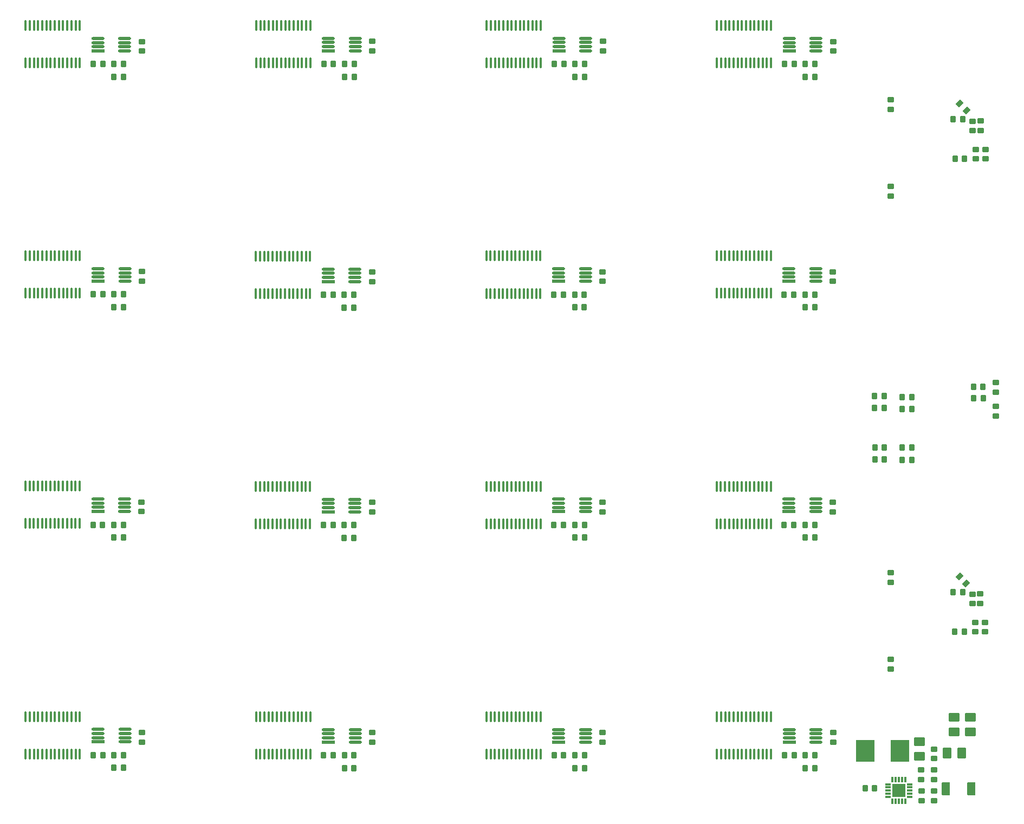
<source format=gbr>
G04*
G04 #@! TF.GenerationSoftware,Altium Limited,Altium Designer,25.0.2 (28)*
G04*
G04 Layer_Color=128*
%FSLAX25Y25*%
%MOIN*%
G70*
G04*
G04 #@! TF.SameCoordinates,7C83500D-BFB9-469C-A41D-0C693C3E1856*
G04*
G04*
G04 #@! TF.FilePolarity,Positive*
G04*
G01*
G75*
%ADD20R,0.11614X0.13780*%
G04:AMPARAMS|DCode=24|XSize=31.5mil|YSize=39.37mil|CornerRadius=3.94mil|HoleSize=0mil|Usage=FLASHONLY|Rotation=90.000|XOffset=0mil|YOffset=0mil|HoleType=Round|Shape=RoundedRectangle|*
%AMROUNDEDRECTD24*
21,1,0.03150,0.03150,0,0,90.0*
21,1,0.02362,0.03937,0,0,90.0*
1,1,0.00787,0.01575,0.01181*
1,1,0.00787,0.01575,-0.01181*
1,1,0.00787,-0.01575,-0.01181*
1,1,0.00787,-0.01575,0.01181*
%
%ADD24ROUNDEDRECTD24*%
G04:AMPARAMS|DCode=27|XSize=31.5mil|YSize=39.37mil|CornerRadius=3.94mil|HoleSize=0mil|Usage=FLASHONLY|Rotation=0.000|XOffset=0mil|YOffset=0mil|HoleType=Round|Shape=RoundedRectangle|*
%AMROUNDEDRECTD27*
21,1,0.03150,0.03150,0,0,0.0*
21,1,0.02362,0.03937,0,0,0.0*
1,1,0.00787,0.01181,-0.01575*
1,1,0.00787,-0.01181,-0.01575*
1,1,0.00787,-0.01181,0.01575*
1,1,0.00787,0.01181,0.01575*
%
%ADD27ROUNDEDRECTD27*%
G04:AMPARAMS|DCode=29|XSize=55.12mil|YSize=66.93mil|CornerRadius=6.89mil|HoleSize=0mil|Usage=FLASHONLY|Rotation=270.000|XOffset=0mil|YOffset=0mil|HoleType=Round|Shape=RoundedRectangle|*
%AMROUNDEDRECTD29*
21,1,0.05512,0.05315,0,0,270.0*
21,1,0.04134,0.06693,0,0,270.0*
1,1,0.01378,-0.02657,-0.02067*
1,1,0.01378,-0.02657,0.02067*
1,1,0.01378,0.02657,0.02067*
1,1,0.01378,0.02657,-0.02067*
%
%ADD29ROUNDEDRECTD29*%
G04:AMPARAMS|DCode=34|XSize=31.5mil|YSize=39.37mil|CornerRadius=3.94mil|HoleSize=0mil|Usage=FLASHONLY|Rotation=135.000|XOffset=0mil|YOffset=0mil|HoleType=Round|Shape=RoundedRectangle|*
%AMROUNDEDRECTD34*
21,1,0.03150,0.03150,0,0,135.0*
21,1,0.02362,0.03937,0,0,135.0*
1,1,0.00787,0.00278,0.01949*
1,1,0.00787,0.01949,0.00278*
1,1,0.00787,-0.00278,-0.01949*
1,1,0.00787,-0.01949,-0.00278*
%
%ADD34ROUNDEDRECTD34*%
%ADD84R,0.03543X0.01181*%
%ADD85R,0.01181X0.03543*%
%ADD86R,0.08465X0.08465*%
G04:AMPARAMS|DCode=87|XSize=50mil|YSize=82.68mil|CornerRadius=6.25mil|HoleSize=0mil|Usage=FLASHONLY|Rotation=180.000|XOffset=0mil|YOffset=0mil|HoleType=Round|Shape=RoundedRectangle|*
%AMROUNDEDRECTD87*
21,1,0.05000,0.07018,0,0,180.0*
21,1,0.03750,0.08268,0,0,180.0*
1,1,0.01250,-0.01875,0.03509*
1,1,0.01250,0.01875,0.03509*
1,1,0.01250,0.01875,-0.03509*
1,1,0.01250,-0.01875,-0.03509*
%
%ADD87ROUNDEDRECTD87*%
G04:AMPARAMS|DCode=88|XSize=80.87mil|YSize=19.68mil|CornerRadius=9.84mil|HoleSize=0mil|Usage=FLASHONLY|Rotation=0.000|XOffset=0mil|YOffset=0mil|HoleType=Round|Shape=RoundedRectangle|*
%AMROUNDEDRECTD88*
21,1,0.08087,0.00000,0,0,0.0*
21,1,0.06119,0.01968,0,0,0.0*
1,1,0.01968,0.03059,0.00000*
1,1,0.01968,-0.03059,0.00000*
1,1,0.01968,-0.03059,0.00000*
1,1,0.01968,0.03059,0.00000*
%
%ADD88ROUNDEDRECTD88*%
%ADD89R,0.08087X0.01968*%
%ADD90O,0.01378X0.07284*%
G04:AMPARAMS|DCode=91|XSize=55.12mil|YSize=66.93mil|CornerRadius=6.89mil|HoleSize=0mil|Usage=FLASHONLY|Rotation=180.000|XOffset=0mil|YOffset=0mil|HoleType=Round|Shape=RoundedRectangle|*
%AMROUNDEDRECTD91*
21,1,0.05512,0.05315,0,0,180.0*
21,1,0.04134,0.06693,0,0,180.0*
1,1,0.01378,-0.02067,0.02657*
1,1,0.01378,0.02067,0.02657*
1,1,0.01378,0.02067,-0.02657*
1,1,0.01378,-0.02067,-0.02657*
%
%ADD91ROUNDEDRECTD91*%
D20*
X614751Y122918D02*
D03*
X636208Y122918D02*
D03*
D24*
X695081Y334692D02*
D03*
Y328787D02*
D03*
X695179Y343550D02*
D03*
Y349456D02*
D03*
X657151Y98099D02*
D03*
Y92193D02*
D03*
X649277Y98099D02*
D03*
Y92193D02*
D03*
X649168Y105177D02*
D03*
Y111083D02*
D03*
X656975Y117996D02*
D03*
Y123902D02*
D03*
X657103Y111083D02*
D03*
X657103Y105177D02*
D03*
X594977Y128085D02*
D03*
Y133991D02*
D03*
X453192Y128146D02*
D03*
Y134051D02*
D03*
X311463Y128113D02*
D03*
Y134019D02*
D03*
X169705Y128233D02*
D03*
Y134138D02*
D03*
X594827Y269884D02*
D03*
Y275789D02*
D03*
X453170Y269908D02*
D03*
Y275813D02*
D03*
X311315Y269792D02*
D03*
Y275697D02*
D03*
X169579Y269961D02*
D03*
Y275867D02*
D03*
X594849Y411618D02*
D03*
Y417524D02*
D03*
X453067Y411600D02*
D03*
Y417505D02*
D03*
X311352Y411477D02*
D03*
Y417382D02*
D03*
X169709Y411693D02*
D03*
Y417599D02*
D03*
X594972Y553347D02*
D03*
Y559252D02*
D03*
X453337Y553423D02*
D03*
Y559329D02*
D03*
X311530Y553416D02*
D03*
Y559321D02*
D03*
X682701Y492889D02*
D03*
Y486983D02*
D03*
X685752Y504503D02*
D03*
Y510408D02*
D03*
X680930Y504306D02*
D03*
Y510211D02*
D03*
X630536Y523302D02*
D03*
Y517396D02*
D03*
Y470152D02*
D03*
Y464247D02*
D03*
X688803Y492889D02*
D03*
Y486983D02*
D03*
X688582Y201870D02*
D03*
Y195965D02*
D03*
X682480Y201870D02*
D03*
Y195965D02*
D03*
X680709Y213287D02*
D03*
Y219193D02*
D03*
X685532Y213484D02*
D03*
Y219390D02*
D03*
X630315Y179134D02*
D03*
Y173228D02*
D03*
Y232283D02*
D03*
Y226378D02*
D03*
X169685Y553346D02*
D03*
Y559252D02*
D03*
D27*
X681359Y346913D02*
D03*
X687265D02*
D03*
X687274Y339709D02*
D03*
X681368D02*
D03*
X637459Y309270D02*
D03*
X643365D02*
D03*
X626378Y333645D02*
D03*
X620473D02*
D03*
X626477Y341127D02*
D03*
X620572D02*
D03*
X626521Y301943D02*
D03*
X620616Y301943D02*
D03*
X637503Y340501D02*
D03*
X643408Y340501D02*
D03*
X637558Y301890D02*
D03*
X643463D02*
D03*
X626522Y309327D02*
D03*
X620616D02*
D03*
X637404Y333117D02*
D03*
X643309D02*
D03*
X614681Y99625D02*
D03*
X620586Y99625D02*
D03*
X565055Y120015D02*
D03*
X570961D02*
D03*
X577851Y112141D02*
D03*
X583756D02*
D03*
X577851Y120015D02*
D03*
X583756D02*
D03*
X436066Y120075D02*
D03*
X441971D02*
D03*
X436066Y112201D02*
D03*
X441971D02*
D03*
X423271Y120075D02*
D03*
X429176D02*
D03*
X294337Y112168D02*
D03*
X300243D02*
D03*
X281542Y120042D02*
D03*
X287448D02*
D03*
X294337D02*
D03*
X300243D02*
D03*
X139783Y120162D02*
D03*
X145689D02*
D03*
X152579Y112288D02*
D03*
X158484D02*
D03*
X152579Y120162D02*
D03*
X158484D02*
D03*
X577701Y261813D02*
D03*
X583606D02*
D03*
X564906D02*
D03*
X570811D02*
D03*
X577701Y253939D02*
D03*
X583606D02*
D03*
X423249Y261837D02*
D03*
X429154D02*
D03*
X436044D02*
D03*
X441950D02*
D03*
X436044Y253963D02*
D03*
X441950D02*
D03*
X281394Y261721D02*
D03*
X287299D02*
D03*
X294189Y253847D02*
D03*
X300095D02*
D03*
X294189Y261721D02*
D03*
X300095D02*
D03*
X139658Y261890D02*
D03*
X145563D02*
D03*
X152453D02*
D03*
X158359D02*
D03*
X152453Y254016D02*
D03*
X158359D02*
D03*
X564928Y403547D02*
D03*
X570833D02*
D03*
X577723Y395673D02*
D03*
X583629D02*
D03*
X577723Y403547D02*
D03*
X583629D02*
D03*
X435941Y395655D02*
D03*
X441847D02*
D03*
X435941Y403529D02*
D03*
X441847D02*
D03*
X423146D02*
D03*
X429051D02*
D03*
X281431Y403406D02*
D03*
X287336D02*
D03*
X294226D02*
D03*
X300132D02*
D03*
X294226Y395532D02*
D03*
X300132D02*
D03*
X152583Y395748D02*
D03*
X158488D02*
D03*
X152583Y403622D02*
D03*
X158488D02*
D03*
X139787D02*
D03*
X145693D02*
D03*
X577846Y545276D02*
D03*
X583752D02*
D03*
X577846Y537402D02*
D03*
X583752D02*
D03*
X565051Y545276D02*
D03*
X570957D02*
D03*
X423416Y545352D02*
D03*
X429321D02*
D03*
X436211Y537478D02*
D03*
X442117D02*
D03*
X436211Y545352D02*
D03*
X442117D02*
D03*
X281609Y545345D02*
D03*
X287514D02*
D03*
X294404Y537471D02*
D03*
X300310D02*
D03*
X294404Y545345D02*
D03*
X300310D02*
D03*
X670005Y486983D02*
D03*
X675910D02*
D03*
X668922Y511392D02*
D03*
X674827D02*
D03*
X669783Y195965D02*
D03*
X675689D02*
D03*
X668701Y220374D02*
D03*
X674606D02*
D03*
X139764Y545276D02*
D03*
X145669D02*
D03*
X152559D02*
D03*
X158465D02*
D03*
X152559Y537402D02*
D03*
X158465D02*
D03*
D29*
X648117Y119402D02*
D03*
Y128402D02*
D03*
X669505Y143502D02*
D03*
Y134502D02*
D03*
X679348Y143502D02*
D03*
Y134502D02*
D03*
D34*
X672838Y521059D02*
D03*
X677014Y516883D02*
D03*
X672617Y230041D02*
D03*
X676793Y225865D02*
D03*
D84*
X642190Y102233D02*
D03*
X642190Y100264D02*
D03*
Y98295D02*
D03*
X642190Y96327D02*
D03*
Y94358D02*
D03*
X628804Y94358D02*
D03*
Y96327D02*
D03*
X628804Y98295D02*
D03*
X628804Y100264D02*
D03*
Y102233D02*
D03*
D85*
X639434Y91603D02*
D03*
X637466Y91603D02*
D03*
X635497Y91603D02*
D03*
X633529D02*
D03*
X631560D02*
D03*
X631560Y104988D02*
D03*
X633529D02*
D03*
X635497Y104988D02*
D03*
X637466Y104988D02*
D03*
X639434Y104988D02*
D03*
D86*
X635497Y98295D02*
D03*
D87*
X680059Y99409D02*
D03*
X664429D02*
D03*
D88*
X584545Y128184D02*
D03*
Y130743D02*
D03*
Y133302D02*
D03*
Y135861D02*
D03*
X568007D02*
D03*
Y133302D02*
D03*
Y130743D02*
D03*
X442760Y128244D02*
D03*
Y130803D02*
D03*
Y133362D02*
D03*
Y135921D02*
D03*
X426222D02*
D03*
Y133362D02*
D03*
Y130803D02*
D03*
X301032Y128211D02*
D03*
Y130771D02*
D03*
Y133330D02*
D03*
Y135889D02*
D03*
X284493D02*
D03*
Y133330D02*
D03*
Y130771D02*
D03*
X159273Y128331D02*
D03*
Y130890D02*
D03*
Y133449D02*
D03*
Y136008D02*
D03*
X142734D02*
D03*
Y133449D02*
D03*
Y130890D02*
D03*
X584395Y269982D02*
D03*
Y272541D02*
D03*
Y275100D02*
D03*
Y277660D02*
D03*
X567857D02*
D03*
Y275100D02*
D03*
Y272541D02*
D03*
X442739Y270006D02*
D03*
Y272565D02*
D03*
Y275124D02*
D03*
Y277683D02*
D03*
X426200D02*
D03*
Y275124D02*
D03*
Y272565D02*
D03*
X300884Y269890D02*
D03*
Y272449D02*
D03*
Y275008D02*
D03*
Y277567D02*
D03*
X284345D02*
D03*
Y275008D02*
D03*
Y272449D02*
D03*
X159148Y270059D02*
D03*
Y272619D02*
D03*
Y275178D02*
D03*
Y277737D02*
D03*
X142609D02*
D03*
Y275178D02*
D03*
Y272619D02*
D03*
X584418Y411717D02*
D03*
Y414276D02*
D03*
Y416835D02*
D03*
Y419394D02*
D03*
X567879D02*
D03*
Y416835D02*
D03*
Y414276D02*
D03*
X442636Y411698D02*
D03*
Y414257D02*
D03*
Y416816D02*
D03*
Y419375D02*
D03*
X426097D02*
D03*
Y416816D02*
D03*
Y414257D02*
D03*
X300921Y411575D02*
D03*
Y414134D02*
D03*
Y416693D02*
D03*
Y419252D02*
D03*
X284382D02*
D03*
Y416693D02*
D03*
Y414134D02*
D03*
X159277Y411792D02*
D03*
Y414351D02*
D03*
Y416910D02*
D03*
Y419469D02*
D03*
X142738D02*
D03*
Y416910D02*
D03*
Y414351D02*
D03*
X584541Y553445D02*
D03*
Y556004D02*
D03*
Y558563D02*
D03*
Y561122D02*
D03*
X568002D02*
D03*
Y558563D02*
D03*
Y556004D02*
D03*
X442906Y553522D02*
D03*
Y556081D02*
D03*
Y558640D02*
D03*
Y561199D02*
D03*
X426367D02*
D03*
Y558640D02*
D03*
Y556081D02*
D03*
X301099Y553514D02*
D03*
Y556073D02*
D03*
Y558632D02*
D03*
Y561192D02*
D03*
X284560D02*
D03*
Y558632D02*
D03*
Y556073D02*
D03*
X159254Y553445D02*
D03*
Y556004D02*
D03*
Y558563D02*
D03*
Y561122D02*
D03*
X142715D02*
D03*
Y558563D02*
D03*
Y556004D02*
D03*
D89*
X568007Y128184D02*
D03*
X426222Y128244D02*
D03*
X284493Y128211D02*
D03*
X142734Y128331D02*
D03*
X567857Y269982D02*
D03*
X426200Y270006D02*
D03*
X284345Y269890D02*
D03*
X142609Y270059D02*
D03*
X567879Y411717D02*
D03*
X426097Y411698D02*
D03*
X284382Y411575D02*
D03*
X142738Y411792D02*
D03*
X568002Y553445D02*
D03*
X426367Y553522D02*
D03*
X284560Y553514D02*
D03*
X142715Y553445D02*
D03*
D90*
X556793Y120735D02*
D03*
X554234D02*
D03*
X551675D02*
D03*
X549116D02*
D03*
X546557D02*
D03*
X543998D02*
D03*
X541439D02*
D03*
X538880D02*
D03*
X536321D02*
D03*
X533762D02*
D03*
X531203D02*
D03*
X528644D02*
D03*
X526085D02*
D03*
X523526D02*
D03*
X556793Y143766D02*
D03*
X554234D02*
D03*
X551675D02*
D03*
X549116D02*
D03*
X546557D02*
D03*
X543998D02*
D03*
X541439D02*
D03*
X538880D02*
D03*
X536321D02*
D03*
X533762D02*
D03*
X531203D02*
D03*
X528644D02*
D03*
X526085D02*
D03*
X523526D02*
D03*
X415008Y120795D02*
D03*
X412449D02*
D03*
X409890D02*
D03*
X407331D02*
D03*
X404772D02*
D03*
X402213D02*
D03*
X399654D02*
D03*
X397095D02*
D03*
X394536D02*
D03*
X391977D02*
D03*
X389418D02*
D03*
X386859D02*
D03*
X384300D02*
D03*
X381741D02*
D03*
X415008Y143826D02*
D03*
X412449D02*
D03*
X409890D02*
D03*
X407331D02*
D03*
X404772D02*
D03*
X402213D02*
D03*
X399654D02*
D03*
X397095D02*
D03*
X394536D02*
D03*
X391977D02*
D03*
X389418D02*
D03*
X386859D02*
D03*
X384300D02*
D03*
X381741D02*
D03*
X273280Y120763D02*
D03*
X270721D02*
D03*
X268162D02*
D03*
X265603D02*
D03*
X263044D02*
D03*
X260485D02*
D03*
X257926D02*
D03*
X255367D02*
D03*
X252808D02*
D03*
X250249D02*
D03*
X247690D02*
D03*
X245130D02*
D03*
X242571D02*
D03*
X240012D02*
D03*
X273280Y143794D02*
D03*
X270721D02*
D03*
X268162D02*
D03*
X265603D02*
D03*
X263044D02*
D03*
X260485D02*
D03*
X257926D02*
D03*
X255367D02*
D03*
X252808D02*
D03*
X250249D02*
D03*
X247690D02*
D03*
X245130D02*
D03*
X242571D02*
D03*
X240012D02*
D03*
X131521Y120882D02*
D03*
X128962D02*
D03*
X126403D02*
D03*
X123844D02*
D03*
X121285D02*
D03*
X118726D02*
D03*
X116167D02*
D03*
X113608D02*
D03*
X111049D02*
D03*
X108490D02*
D03*
X105931D02*
D03*
X103372D02*
D03*
X100813D02*
D03*
X98254D02*
D03*
X131521Y143914D02*
D03*
X128962D02*
D03*
X126403D02*
D03*
X123844D02*
D03*
X121285D02*
D03*
X118726D02*
D03*
X116167D02*
D03*
X113608D02*
D03*
X111049D02*
D03*
X108490D02*
D03*
X105931D02*
D03*
X103372D02*
D03*
X100813D02*
D03*
X98254D02*
D03*
X556643Y262533D02*
D03*
X554084D02*
D03*
X551525D02*
D03*
X548966D02*
D03*
X546407D02*
D03*
X543848D02*
D03*
X541289D02*
D03*
X538730D02*
D03*
X536171D02*
D03*
X533612D02*
D03*
X531053D02*
D03*
X528494D02*
D03*
X525935D02*
D03*
X523376D02*
D03*
X556643Y285565D02*
D03*
X554084D02*
D03*
X551525D02*
D03*
X548966D02*
D03*
X546407D02*
D03*
X543848D02*
D03*
X541289D02*
D03*
X538730D02*
D03*
X536171D02*
D03*
X533612D02*
D03*
X531053D02*
D03*
X528494D02*
D03*
X525935D02*
D03*
X523376D02*
D03*
X414987Y262557D02*
D03*
X412428D02*
D03*
X409869D02*
D03*
X407310D02*
D03*
X404751D02*
D03*
X402192D02*
D03*
X399633D02*
D03*
X397074D02*
D03*
X394514D02*
D03*
X391955D02*
D03*
X389396D02*
D03*
X386837D02*
D03*
X384278D02*
D03*
X381719D02*
D03*
X414987Y285589D02*
D03*
X412428D02*
D03*
X409869D02*
D03*
X407310D02*
D03*
X404751D02*
D03*
X402192D02*
D03*
X399633D02*
D03*
X397074D02*
D03*
X394514D02*
D03*
X391955D02*
D03*
X389396D02*
D03*
X386837D02*
D03*
X384278D02*
D03*
X381719D02*
D03*
X273132Y262441D02*
D03*
X270573D02*
D03*
X268014D02*
D03*
X265455D02*
D03*
X262895D02*
D03*
X260336D02*
D03*
X257777D02*
D03*
X255218D02*
D03*
X252659D02*
D03*
X250100D02*
D03*
X247541D02*
D03*
X244982D02*
D03*
X242423D02*
D03*
X239864D02*
D03*
X273132Y285472D02*
D03*
X270573D02*
D03*
X268014D02*
D03*
X265455D02*
D03*
X262895D02*
D03*
X260336D02*
D03*
X257777D02*
D03*
X255218D02*
D03*
X252659D02*
D03*
X250100D02*
D03*
X247541D02*
D03*
X244982D02*
D03*
X242423D02*
D03*
X239864D02*
D03*
X131396Y262611D02*
D03*
X128837D02*
D03*
X126277D02*
D03*
X123719D02*
D03*
X121159D02*
D03*
X118600D02*
D03*
X116041D02*
D03*
X113482D02*
D03*
X110923D02*
D03*
X108364D02*
D03*
X105805D02*
D03*
X103246D02*
D03*
X100687D02*
D03*
X98128D02*
D03*
X131396Y285642D02*
D03*
X128837D02*
D03*
X126277D02*
D03*
X123719D02*
D03*
X121159D02*
D03*
X118600D02*
D03*
X116041D02*
D03*
X113482D02*
D03*
X110923D02*
D03*
X108364D02*
D03*
X105805D02*
D03*
X103246D02*
D03*
X100687D02*
D03*
X98128D02*
D03*
X556666Y404268D02*
D03*
X554107D02*
D03*
X551547D02*
D03*
X548988D02*
D03*
X546429D02*
D03*
X543870D02*
D03*
X541311D02*
D03*
X538752D02*
D03*
X536193D02*
D03*
X533634D02*
D03*
X531075D02*
D03*
X528516D02*
D03*
X525957D02*
D03*
X523398D02*
D03*
X556666Y427299D02*
D03*
X554107D02*
D03*
X551547D02*
D03*
X548988D02*
D03*
X546429D02*
D03*
X543870D02*
D03*
X541311D02*
D03*
X538752D02*
D03*
X536193D02*
D03*
X533634D02*
D03*
X531075D02*
D03*
X528516D02*
D03*
X525957D02*
D03*
X523398D02*
D03*
X414884Y404249D02*
D03*
X412325D02*
D03*
X409766D02*
D03*
X407207D02*
D03*
X404648D02*
D03*
X402089D02*
D03*
X399530D02*
D03*
X396971D02*
D03*
X394411D02*
D03*
X391852D02*
D03*
X389293D02*
D03*
X386734D02*
D03*
X384175D02*
D03*
X381616D02*
D03*
X414884Y427281D02*
D03*
X412325D02*
D03*
X409766D02*
D03*
X407207D02*
D03*
X404648D02*
D03*
X402089D02*
D03*
X399530D02*
D03*
X396971D02*
D03*
X394411D02*
D03*
X391852D02*
D03*
X389293D02*
D03*
X386734D02*
D03*
X384175D02*
D03*
X381616D02*
D03*
X273169Y404126D02*
D03*
X270610D02*
D03*
X268051D02*
D03*
X265492D02*
D03*
X262932D02*
D03*
X260373D02*
D03*
X257814D02*
D03*
X255255D02*
D03*
X252696D02*
D03*
X250137D02*
D03*
X247578D02*
D03*
X245019D02*
D03*
X242460D02*
D03*
X239901D02*
D03*
X273169Y427158D02*
D03*
X270610D02*
D03*
X268051D02*
D03*
X265492D02*
D03*
X262932D02*
D03*
X260373D02*
D03*
X257814D02*
D03*
X255255D02*
D03*
X252696D02*
D03*
X250137D02*
D03*
X247578D02*
D03*
X245019D02*
D03*
X242460D02*
D03*
X239901D02*
D03*
X131525Y404343D02*
D03*
X128966D02*
D03*
X126407D02*
D03*
X123848D02*
D03*
X121289D02*
D03*
X118730D02*
D03*
X116171D02*
D03*
X113612D02*
D03*
X111053D02*
D03*
X108494D02*
D03*
X105935D02*
D03*
X103376D02*
D03*
X100817D02*
D03*
X98257D02*
D03*
X131525Y427374D02*
D03*
X128966D02*
D03*
X126407D02*
D03*
X123848D02*
D03*
X121289D02*
D03*
X118730D02*
D03*
X116171D02*
D03*
X113612D02*
D03*
X111053D02*
D03*
X108494D02*
D03*
X105935D02*
D03*
X103376D02*
D03*
X100817D02*
D03*
X98257D02*
D03*
X556789Y545996D02*
D03*
X554230D02*
D03*
X551671D02*
D03*
X549112D02*
D03*
X546553D02*
D03*
X543994D02*
D03*
X541435D02*
D03*
X538876D02*
D03*
X536317D02*
D03*
X533757D02*
D03*
X531199D02*
D03*
X528639D02*
D03*
X526080D02*
D03*
X523521D02*
D03*
X556789Y569028D02*
D03*
X554230D02*
D03*
X551671D02*
D03*
X549112D02*
D03*
X546553D02*
D03*
X543994D02*
D03*
X541435D02*
D03*
X538876D02*
D03*
X536317D02*
D03*
X533757D02*
D03*
X531199D02*
D03*
X528639D02*
D03*
X526080D02*
D03*
X523521D02*
D03*
X415154Y546073D02*
D03*
X412595D02*
D03*
X410036D02*
D03*
X407477D02*
D03*
X404918D02*
D03*
X402359D02*
D03*
X399800D02*
D03*
X397240D02*
D03*
X394682D02*
D03*
X392122D02*
D03*
X389563D02*
D03*
X387004D02*
D03*
X384445D02*
D03*
X381886D02*
D03*
X415154Y569104D02*
D03*
X412595D02*
D03*
X410036D02*
D03*
X407477D02*
D03*
X404918D02*
D03*
X402359D02*
D03*
X399800D02*
D03*
X397240D02*
D03*
X394682D02*
D03*
X392122D02*
D03*
X389563D02*
D03*
X387004D02*
D03*
X384445D02*
D03*
X381886D02*
D03*
X273347Y546065D02*
D03*
X270788D02*
D03*
X268229D02*
D03*
X265670D02*
D03*
X263111D02*
D03*
X260552D02*
D03*
X257993D02*
D03*
X255434D02*
D03*
X252874D02*
D03*
X250315D02*
D03*
X247756D02*
D03*
X245197D02*
D03*
X242638D02*
D03*
X240079D02*
D03*
X273347Y569097D02*
D03*
X270788D02*
D03*
X268229D02*
D03*
X265670D02*
D03*
X263111D02*
D03*
X260552D02*
D03*
X257993D02*
D03*
X255434D02*
D03*
X252874D02*
D03*
X250315D02*
D03*
X247756D02*
D03*
X245197D02*
D03*
X242638D02*
D03*
X240079D02*
D03*
X131502Y545996D02*
D03*
X128943D02*
D03*
X126384D02*
D03*
X123825D02*
D03*
X121265D02*
D03*
X118706D02*
D03*
X116147D02*
D03*
X113588D02*
D03*
X111029D02*
D03*
X108470D02*
D03*
X105911D02*
D03*
X103352D02*
D03*
X100793D02*
D03*
X98234D02*
D03*
X131502Y569028D02*
D03*
X128943D02*
D03*
X126384D02*
D03*
X123825D02*
D03*
X121265D02*
D03*
X118706D02*
D03*
X116147D02*
D03*
X113588D02*
D03*
X111029D02*
D03*
X108470D02*
D03*
X105911D02*
D03*
X103352D02*
D03*
X100793D02*
D03*
X98234D02*
D03*
D91*
X665160Y121270D02*
D03*
X674160D02*
D03*
M02*

</source>
